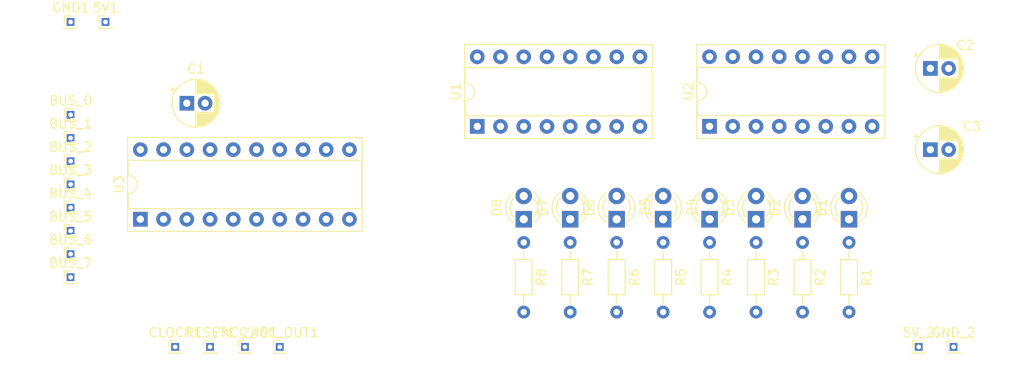
<source format=kicad_pcb>
(kicad_pcb (version 20221018) (generator pcbnew)
  (layers (0 "F.Cu" signal) (31 "B.Cu" signal) (34 "B.Paste" user) (35 "F.Paste" user) (36 "B.SilkS" user "B.Silkscreen") (37 "F.SilkS" user "F.Silkscreen") (38 "B.Mask" user) (39 "F.Mask" user) (44 "Edge.Cuts" user))
  (net 0 "")
  (net 1 "Net-(D5-K)")
  (net 2 "Earth")
  (net 3 "Net-(D4-K)")
  (net 4 "Net-(D3-K)")
  (net 5 "Net-(D2-K)")
  (net 6 "Net-(D1-K)")
  (net 7 "Net-(D8-K)")
  (net 8 "Net-(D7-K)")
  (net 9 "Net-(D6-K)")
  (net 10 "+5V")
  (net 11 "Net-(D8-A)")
  (net 12 "Net-(D7-A)")
  (net 13 "Net-(D6-A)")
  (net 14 "Net-(D5-A)")
  (net 15 "Net-(D4-A)")
  (net 16 "Net-(D3-A)")
  (net 17 "Net-(D2-A)")
  (net 18 "Net-(D1-A)")
  (net 19 "Net-(BUS_0-Pin_1)")
  (net 20 "Net-(BUS_1-Pin_1)")
  (net 21 "Net-(BUS_2-Pin_1)")
  (net 22 "Net-(BUS_3-Pin_1)")
  (net 23 "Net-(BUS_4-Pin_1)")
  (net 24 "Net-(BUS_5-Pin_1)")
  (net 25 "Net-(BUS_6-Pin_1)")
  (net 26 "Net-(BUS_7-Pin_1)")
  (net 27 "Net-(/ACC_OUT1-Pin_1)")
  (net 28 "Net-(CLOCK1-Pin_1)")
  (net 29 "Net-(/ACC_IN1-Pin_1)")
  (net 30 "Net-(RESET1-Pin_1)")
  (footprint "Package_DIP:DIP-16_W7.62mm_Socket" (layer "F.Cu") (at 194.3 97.78 90)
    (fp_text reference "U2" (at 3.81 -2.33 90) (layer "F.SilkS"))
    (fp_text value "74LS173")
    (pad "1" thru_hole rect (at 0 0 90) (size 1.6 1.6) (drill 0.8) (layers "*.Cu" "*.Mask") (net 2 "Earth"))
    (pad "2" thru_hole oval (at 0 2.54 90) (size 1.6 1.6) (drill 0.8) (layers "*.Cu" "*.Mask") (net 2 "Earth"))
    (pad "3" thru_hole oval (at 0 5.08 90) (size 1.6 1.6) (drill 0.8) (layers "*.Cu" "*.Mask") (net 15 "Net-(D4-A)"))
    (pad "4" thru_hole oval (at 0 7.62 90) (size 1.6 1.6) (drill 0.8) (layers "*.Cu" "*.Mask") (net 16 "Net-(D3-A)"))
    (pad "5" thru_hole oval (at 0 10.16 90) (size 1.6 1.6) (drill 0.8) (layers "*.Cu" "*.Mask") (net 17 "Net-(D2-A)"))
    (pad "6" thru_hole oval (at 0 12.7 90) (size 1.6 1.6) (drill 0.8) (layers "*.Cu" "*.Mask") (net 18 "Net-(D1-A)"))
    (pad "7" thru_hole oval (at 0 15.24 90) (size 1.6 1.6) (drill 0.8) (layers "*.Cu" "*.Mask") (net 28 "Net-(CLOCK1-Pin_1)"))
    (pad "8" thru_hole oval (at 0 17.78 90) (size 1.6 1.6) (drill 0.8) (layers "*.Cu" "*.Mask") (net 2 "Earth"))
    (pad "9" thru_hole oval (at 7.62 17.78 90) (size 1.6 1.6) (drill 0.8) (layers "*.Cu" "*.Mask") (net 29 "Net-(/ACC_IN1-Pin_1)"))
    (pad "10" thru_hole oval (at 7.62 15.24 90) (size 1.6 1.6) (drill 0.8) (layers "*.Cu" "*.Mask") (net 29 "Net-(/ACC_IN1-Pin_1)"))
    (pad "11" thru_hole oval (at 7.62 12.7 90) (size 1.6 1.6) (drill 0.8) (layers "*.Cu" "*.Mask") (net 19 "Net-(BUS_0-Pin_1)"))
    (pad "12" thru_hole oval (at 7.62 10.16 90) (size 1.6 1.6) (drill 0.8) (layers "*.Cu" "*.Mask") (net 20 "Net-(BUS_1-Pin_1)"))
    (pad "13" thru_hole oval (at 7.62 7.62 90) (size 1.6 1.6) (drill 0.8) (layers "*.Cu" "*.Mask") (net 21 "Net-(BUS_2-Pin_1)"))
    (pad "14" thru_hole oval (at 7.62 5.08 90) (size 1.6 1.6) (drill 0.8) (layers "*.Cu" "*.Mask") (net 22 "Net-(BUS_3-Pin_1)"))
    (pad "15" thru_hole oval (at 7.62 2.54 90) (size 1.6 1.6) (drill 0.8) (layers "*.Cu" "*.Mask") (net 30 "Net-(RESET1-Pin_1)"))
    (pad "16" thru_hole oval (at 7.62 0 90) (size 1.6 1.6) (drill 0.8) (layers "*.Cu" "*.Mask") (net 10 "+5V"))
  )
  (footprint "Connector_PinHeader_1.00mm:PinHeader_1x01_P1.00mm_Vertical" (layer "F.Cu") (at 147.32 121.92)
    (fp_text reference "/ACC_OUT1" (at 0 -1.56) (layer "F.SilkS"))
    (fp_text value "Conn_01x01_Female")
    (pad "1" thru_hole rect (at 0 0) (size 0.85 0.85) (drill 0.5) (layers "*.Cu" "*.Mask") (net 27 "Net-(/ACC_OUT1-Pin_1)"))
  )
  (footprint "Connector_PinHeader_1.00mm:PinHeader_1x01_P1.00mm_Vertical" (layer "F.Cu") (at 124.46 111.76)
    (fp_text reference "BUS_6" (at 0 -1.56) (layer "F.SilkS"))
    (fp_text value "Conn_01x01_Female")
    (pad "1" thru_hole rect (at 0 0) (size 0.85 0.85) (drill 0.5) (layers "*.Cu" "*.Mask") (net 25 "Net-(BUS_6-Pin_1)"))
  )
  (footprint "Connector_PinHeader_1.00mm:PinHeader_1x01_P1.00mm_Vertical" (layer "F.Cu") (at 124.46 99.06)
    (fp_text reference "BUS_1" (at 0 -1.56) (layer "F.SilkS"))
    (fp_text value "Conn_01x01_Female")
    (pad "1" thru_hole rect (at 0 0) (size 0.85 0.85) (drill 0.5) (layers "*.Cu" "*.Mask") (net 20 "Net-(BUS_1-Pin_1)"))
  )
  (footprint "Resistor_THT:R_Axial_DIN0204_L3.6mm_D1.6mm_P7.62mm_Horizontal" (layer "F.Cu") (at 204.47 110.49 -90)
    (fp_text reference "R2" (at 3.81 -1.92 90) (layer "F.SilkS"))
    (fp_text value "470")
    (pad "1" thru_hole circle (at 0 0 270) (size 1.4 1.4) (drill 0.7) (layers "*.Cu" "*.Mask") (net 5 "Net-(D2-K)"))
    (pad "2" thru_hole oval (at 7.62 0 270) (size 1.4 1.4) (drill 0.7) (layers "*.Cu" "*.Mask") (net 2 "Earth"))
  )
  (footprint "Resistor_THT:R_Axial_DIN0204_L3.6mm_D1.6mm_P7.62mm_Horizontal" (layer "F.Cu") (at 194.31 110.49 -90)
    (fp_text reference "R4" (at 3.81 -1.92 90) (layer "F.SilkS"))
    (fp_text value "470")
    (pad "1" thru_hole circle (at 0 0 270) (size 1.4 1.4) (drill 0.7) (layers "*.Cu" "*.Mask") (net 3 "Net-(D4-K)"))
    (pad "2" thru_hole oval (at 7.62 0 270) (size 1.4 1.4) (drill 0.7) (layers "*.Cu" "*.Mask") (net 2 "Earth"))
  )
  (footprint "Connector_PinHeader_1.00mm:PinHeader_1x01_P1.00mm_Vertical" (layer "F.Cu") (at 217.17 121.92)
    (fp_text reference "5V_2" (at 0 -1.56) (layer "F.SilkS"))
    (fp_text value "Conn_01x01_Female")
    (pad "1" thru_hole rect (at 0 0) (size 0.85 0.85) (drill 0.5) (layers "*.Cu" "*.Mask") (net 10 "+5V"))
  )
  (footprint "LED_THT:LED_D3.0mm" (layer "F.Cu") (at 179.07 107.95 90)
    (fp_text reference "D7" (at 1.27 -2.96 90) (layer "F.SilkS"))
    (fp_text value "LED")
    (pad "1" thru_hole rect (at 0 0 90) (size 1.8 1.8) (drill 0.9) (layers "*.Cu" "*.Mask") (net 8 "Net-(D7-K)"))
    (pad "2" thru_hole circle (at 2.54 0 90) (size 1.8 1.8) (drill 0.9) (layers "*.Cu" "*.Mask") (net 12 "Net-(D7-A)"))
  )
  (footprint "Package_DIP:DIP-20_W7.62mm_Socket" (layer "F.Cu") (at 132.08 107.95 90)
    (fp_text reference "U3" (at 3.81 -2.33 90) (layer "F.SilkS"))
    (fp_text value "74LS245")
    (pad "1" thru_hole rect (at 0 0 90) (size 1.6 1.6) (drill 0.8) (layers "*.Cu" "*.Mask") (net 10 "+5V"))
    (pad "2" thru_hole oval (at 0 2.54 90) (size 1.6 1.6) (drill 0.8) (layers "*.Cu" "*.Mask") (net 11 "Net-(D8-A)"))
    (pad "3" thru_hole oval (at 0 5.08 90) (size 1.6 1.6) (drill 0.8) (layers "*.Cu" "*.Mask") (net 12 "Net-(D7-A)"))
    (pad "4" thru_hole oval (at 0 7.62 90) (size 1.6 1.6) (drill 0.8) (layers "*.Cu" "*.Mask") (net 13 "Net-(D6-A)"))
    (pad "5" thru_hole oval (at 0 10.16 90) (size 1.6 1.6) (drill 0.8) (layers "*.Cu" "*.Mask") (net 14 "Net-(D5-A)"))
    (pad "6" thru_hole oval (at 0 12.7 90) (size 1.6 1.6) (drill 0.8) (layers "*.Cu" "*.Mask") (net 15 "Net-(D4-A)"))
    (pad "7" thru_hole oval (at 0 15.24 90) (size 1.6 1.6) (drill 0.8) (layers "*.Cu" "*.Mask") (net 16 "Net-(D3-A)"))
    (pad "8" thru_hole oval (at 0 17.78 90) (size 1.6 1.6) (drill 0.8) (layers "*.Cu" "*.Mask") (net 17 "Net-(D2-A)"))
    (pad "9" thru_hole oval (at 0 20.32 90) (size 1.6 1.6) (drill 0.8) (layers "*.Cu" "*.Mask") (net 18 "Net-(D1-A)"))
    (pad "10" thru_hole oval (at 0 22.86 90) (size 1.6 1.6) (drill 0.8) (layers "*.Cu" "*.Mask") (net 2 "Earth"))
    (pad "11" thru_hole oval (at 7.62 22.86 90) (size 1.6 1.6) (drill 0.8) (layers "*.Cu" "*.Mask") (net 19 "Net-(BUS_0-Pin_1)"))
    (pad "12" thru_hole oval (at 7.62 20.32 90) (size 1.6 1.6) (drill 0.8) (layers "*.Cu" "*.Mask") (net 20 "Net-(BUS_1-Pin_1)"))
    (pad "13" thru_hole oval (at 7.62 17.78 90) (size 1.6 1.6) (drill 0.8) (layers "*.Cu" "*.Mask") (net 21 "Net-(BUS_2-Pin_1)"))
    (pad "14" thru_hole oval (at 7.62 15.24 90) (size 1.6 1.6) (drill 0.8) (layers "*.Cu" "*.Mask") (net 22 "Net-(BUS_3-Pin_1)"))
    (pad "15" thru_hole oval (at 7.62 12.7 90) (size 1.6 1.6) (drill 0.8) (layers "*.Cu" "*.Mask") (net 23 "Net-(BUS_4-Pin_1)"))
    (pad "16" thru_hole oval (at 7.62 10.16 90) (size 1.6 1.6) (drill 0.8) (layers "*.Cu" "*.Mask") (net 24 "Net-(BUS_5-Pin_1)"))
    (pad "17" thru_hole oval (at 7.62 7.62 90) (size 1.6 1.6) (drill 0.8) (layers "*.Cu" "*.Mask") (net 25 "Net-(BUS_6-Pin_1)"))
    (pad "18" thru_hole oval (at 7.62 5.08 90) (size 1.6 1.6) (drill 0.8) (layers "*.Cu" "*.Mask") (net 26 "Net-(BUS_7-Pin_1)"))
    (pad "19" thru_hole oval (at 7.62 2.54 90) (size 1.6 1.6) (drill 0.8) (layers "*.Cu" "*.Mask") (net 27 "Net-(/ACC_OUT1-Pin_1)"))
    (pad "20" thru_hole oval (at 7.62 0 90) (size 1.6 1.6) (drill 0.8) (layers "*.Cu" "*.Mask") (net 10 "+5V"))
  )
  (footprint "Connector_PinHeader_1.00mm:PinHeader_1x01_P1.00mm_Vertical" (layer "F.Cu") (at 143.51 121.92)
    (fp_text reference "/ACC_IN1" (at 0 -1.56) (layer "F.SilkS"))
    (fp_text value "Conn_01x01_Female")
    (pad "1" thru_hole rect (at 0 0) (size 0.85 0.85) (drill 0.5) (layers "*.Cu" "*.Mask") (net 29 "Net-(/ACC_IN1-Pin_1)"))
  )
  (footprint "LED_THT:LED_D3.0mm" (layer "F.Cu") (at 173.99 107.95 90)
    (fp_text reference "D8" (at 1.27 -2.96 90) (layer "F.SilkS"))
    (fp_text value "LED")
    (pad "1" thru_hole rect (at 0 0 90) (size 1.8 1.8) (drill 0.9) (layers "*.Cu" "*.Mask") (net 7 "Net-(D8-K)"))
    (pad "2" thru_hole circle (at 2.54 0 90) (size 1.8 1.8) (drill 0.9) (layers "*.Cu" "*.Mask") (net 11 "Net-(D8-A)"))
  )
  (footprint "Connector_PinHeader_1.00mm:PinHeader_1x01_P1.00mm_Vertical" (layer "F.Cu") (at 124.46 104.14)
    (fp_text reference "BUS_3" (at 0 -1.56) (layer "F.SilkS"))
    (fp_text value "Conn_01x01_Female")
    (pad "1" thru_hole rect (at 0 0) (size 0.85 0.85) (drill 0.5) (layers "*.Cu" "*.Mask") (net 22 "Net-(BUS_3-Pin_1)"))
  )
  (footprint "Capacitor_THT:CP_Radial_D5.0mm_P2.00mm" (layer "F.Cu") (at 218.44 100.33)
    (fp_text reference "C3" (at 4.54 -2.54) (layer "F.SilkS"))
    (fp_text value "100nF 63V poliester")
    (pad "1" thru_hole rect (at 0 0) (size 1.6 1.6) (drill 0.8) (layers "*.Cu" "*.Mask") (net 10 "+5V"))
    (pad "2" thru_hole circle (at 2 0) (size 1.6 1.6) (drill 0.8) (layers "*.Cu" "*.Mask") (net 2 "Earth"))
  )
  (footprint "Resistor_THT:R_Axial_DIN0204_L3.6mm_D1.6mm_P7.62mm_Horizontal" (layer "F.Cu") (at 209.55 110.49 -90)
    (fp_text reference "R1" (at 3.81 -1.92 90) (layer "F.SilkS"))
    (fp_text value "470")
    (pad "1" thru_hole circle (at 0 0 270) (size 1.4 1.4) (drill 0.7) (layers "*.Cu" "*.Mask") (net 6 "Net-(D1-K)"))
    (pad "2" thru_hole oval (at 7.62 0 270) (size 1.4 1.4) (drill 0.7) (layers "*.Cu" "*.Mask") (net 2 "Earth"))
  )
  (footprint "Connector_PinHeader_1.00mm:PinHeader_1x01_P1.00mm_Vertical" (layer "F.Cu") (at 128.27 86.36)
    (fp_text reference "5V1" (at 0 -1.56) (layer "F.SilkS"))
    (fp_text value "Conn_01x01_Female")
    (pad "1" thru_hole rect (at 0 0) (size 0.85 0.85) (drill 0.5) (layers "*.Cu" "*.Mask") (net 10 "+5V"))
  )
  (footprint "Resistor_THT:R_Axial_DIN0204_L3.6mm_D1.6mm_P7.62mm_Horizontal" (layer "F.Cu") (at 199.39 110.49 -90)
    (fp_text reference "R3" (at 3.81 -1.92 90) (layer "F.SilkS"))
    (fp_text value "470")
    (pad "1" thru_hole circle (at 0 0 270) (size 1.4 1.4) (drill 0.7) (layers "*.Cu" "*.Mask") (net 4 "Net-(D3-K)"))
    (pad "2" thru_hole oval (at 7.62 0 270) (size 1.4 1.4) (drill 0.7) (layers "*.Cu" "*.Mask") (net 2 "Earth"))
  )
  (footprint "Resistor_THT:R_Axial_DIN0204_L3.6mm_D1.6mm_P7.62mm_Horizontal" (layer "F.Cu") (at 173.99 110.49 -90)
    (fp_text reference "R8" (at 3.81 -1.92 90) (layer "F.SilkS"))
    (fp_text value "470")
    (pad "1" thru_hole circle (at 0 0 270) (size 1.4 1.4) (drill 0.7) (layers "*.Cu" "*.Mask") (net 7 "Net-(D8-K)"))
    (pad "2" thru_hole oval (at 7.62 0 270) (size 1.4 1.4) (drill 0.7) (layers "*.Cu" "*.Mask") (net 2 "Earth"))
  )
  (footprint "LED_THT:LED_D3.0mm" (layer "F.Cu") (at 189.23 107.95 90)
    (fp_text reference "D5" (at 1.366487 -1.987659 90) (layer "F.SilkS"))
    (fp_text value "LED")
    (pad "1" thru_hole rect (at 0 0 90) (size 1.8 1.8) (drill 0.9) (layers "*.Cu" "*.Mask") (net 1 "Net-(D5-K)"))
    (pad "2" thru_hole circle (at 2.54 0 90) (size 1.8 1.8) (drill 0.9) (layers "*.Cu" "*.Mask") (net 14 "Net-(D5-A)"))
  )
  (footprint "Resistor_THT:R_Axial_DIN0204_L3.6mm_D1.6mm_P7.62mm_Horizontal" (layer "F.Cu") (at 179.07 110.49 -90)
    (fp_text reference "R7" (at 3.81 -1.92 90) (layer "F.SilkS"))
    (fp_text value "470")
    (pad "1" thru_hole circle (at 0 0 270) (size 1.4 1.4) (drill 0.7) (layers "*.Cu" "*.Mask") (net 8 "Net-(D7-K)"))
    (pad "2" thru_hole oval (at 7.62 0 270) (size 1.4 1.4) (drill 0.7) (layers "*.Cu" "*.Mask") (net 2 "Earth"))
  )
  (footprint "LED_THT:LED_D3.0mm" (layer "F.Cu") (at 204.47 107.95 90)
    (fp_text reference "D2" (at 1.27 -2.96 90) (layer "F.SilkS"))
    (fp_text value "LED")
    (pad "1" thru_hole rect (at 0 0 90) (size 1.8 1.8) (drill 0.9) (layers "*.Cu" "*.Mask") (net 5 "Net-(D2-K)"))
    (pad "2" thru_hole circle (at 2.54 0 90) (size 1.8 1.8) (drill 0.9) (layers "*.Cu" "*.Mask") (net 17 "Net-(D2-A)"))
  )
  (footprint "LED_THT:LED_D3.0mm" (layer "F.Cu") (at 209.55 107.95 90)
    (fp_text reference "D1" (at 1.27 -2.96 90) (layer "F.SilkS"))
    (fp_text value "LED")
    (pad "1" thru_hole rect (at 0 0 90) (size 1.8 1.8) (drill 0.9) (layers "*.Cu" "*.Mask") (net 6 "Net-(D1-K)"))
    (pad "2" thru_hole circle (at 2.54 0 90) (size 1.8 1.8) (drill 0.9) (layers "*.Cu" "*.Mask") (net 18 "Net-(D1-A)"))
  )
  (footprint "Connector_PinHeader_1.00mm:PinHeader_1x01_P1.00mm_Vertical" (layer "F.Cu") (at 124.46 106.68)
    (fp_text reference "BUS_4" (at 0 -1.56) (layer "F.SilkS"))
    (fp_text value "Conn_01x01_Female")
    (pad "1" thru_hole rect (at 0 0) (size 0.85 0.85) (drill 0.5) (layers "*.Cu" "*.Mask") (net 23 "Net-(BUS_4-Pin_1)"))
  )
  (footprint "Connector_PinHeader_1.00mm:PinHeader_1x01_P1.00mm_Vertical" (layer "F.Cu") (at 124.46 114.3)
    (fp_text reference "BUS_7" (at 0 -1.56) (layer "F.SilkS"))
    (fp_text value "Conn_01x01_Female")
    (pad "1" thru_hole rect (at 0 0) (size 0.85 0.85) (drill 0.5) (layers "*.Cu" "*.Mask") (net 26 "Net-(BUS_7-Pin_1)"))
  )
  (footprint "LED_THT:LED_D3.0mm" (layer "F.Cu") (at 199.39 107.95 90)
    (fp_text reference "D3" (at 1.27 -2.96 90) (layer "F.SilkS"))
    (fp_text value "LED")
    (pad "1" thru_hole rect (at 0 0 90) (size 1.8 1.8) (drill 0.9) (layers "*.Cu" "*.Mask") (net 4 "Net-(D3-K)"))
    (pad "2" thru_hole circle (at 2.54 0 90) (size 1.8 1.8) (drill 0.9) (layers "*.Cu" "*.Mask") (net 16 "Net-(D3-A)"))
  )
  (footprint "Package_DIP:DIP-16_W7.62mm_Socket" (layer "F.Cu") (at 168.91 97.79 90)
    (fp_text reference "U1" (at 3.81 -2.33 90) (layer "F.SilkS"))
    (fp_text value "74LS173")
    (pad "1" thru_hole rect (at 0 0 90) (size 1.6 1.6) (drill 0.8) (layers "*.Cu" "*.Mask") (net 2 "Earth"))
    (pad "2" thru_hole oval (at 0 2.54 90) (size 1.6 1.6) (drill 0.8) (layers "*.Cu" "*.Mask") (net 2 "Earth"))
    (pad "3" thru_hole oval (at 0 5.08 90) (size 1.6 1.6) (drill 0.8) (layers "*.Cu" "*.Mask") (net 11 "Net-(D8-A)"))
    (pad "4" thru_hole oval (at 0 7.62 90) (size 1.6 1.6) (drill 0.8) (layers "*.Cu" "*.Mask") (net 12 "Net-(D7-A)"))
    (pad "5" thru_hole oval (at 0 10.16 90) (size 1.6 1.6) (drill 0.8) (layers "*.Cu" "*.Mask") (net 13 "Net-(D6-A)"))
    (pad "6" thru_hole oval (at 0 12.7 90) (size 1.6 1.6) (drill 0.8) (layers "*.Cu" "*.Mask") (net 14 "Net-(D5-A)"))
    (pad "7" thru_hole oval (at 0 15.24 90) (size 1.6 1.6) (drill 0.8) (layers "*.Cu" "*.Mask") (net 28 "Net-(CLOCK1-Pin_1)"))
    (pad "8" thru_hole oval (at 0 17.78 90) (size 1.6 1.6) (drill 0.8) (layers "*.Cu" "*.Mask") (net 2 "Earth"))
    (pad "9" thru_hole oval (at 7.62 17.78 90) (size 1.6 1.6) (drill 0.8) (layers "*.Cu" "*.Mask") (net 29 "Net-(/ACC_IN1-Pin_1)"))
    (pad "10" thru_hole oval (at 7.62 15.24 90) (size 1.6 1.6) (drill 0.8) (layers "*.Cu" "*.Mask") (net 29 "Net-(/ACC_IN1-Pin_1)"))
    (pad "11" thru_hole oval (at 7.62 12.7 90) (size 1.6 1.6) (drill 0.8) (layers "*.Cu" "*.Mask") (net 23 "Net-(BUS_4-Pin_1)"))
    (pad "12" thru_hole oval (at 7.62 10.16 90) (size 1.6 1.6) (drill 0.8) (layers "*.Cu" "*.Mask") (net 24 "Net-(BUS_5-Pin_1)"))
    (pad "13" thru_hole oval (at 7.62 7.62 90) (size 1.6 1.6) (drill 0.8) (layers "*.Cu" "*.Mask") (net 25 "Net-(BUS_6-Pin_1)"))
    (pad "14" thru_hole oval (at 7.62 5.08 90) (size 1.6 1.6) (drill 0.8) (layers "*.Cu" "*.Mask") (net 26 "Net-(BUS_7-Pin_1)"))
    (pad "15" thru_hole oval (at 7.62 2.54 90) (size 1.6 1.6) (drill 0.8) (layers "*.Cu" "*.Mask") (net 30 "Net-(RESET1-Pin_1)"))
    (pad "16" thru_hole oval (at 7.62 0 90) (size 1.6 1.6) (drill 0.8) (layers "*.Cu" "*.Mask") (net 10 "+5V"))
  )
  (footprint "Capacitor_THT:CP_Radial_D5.0mm_P2.00mm" (layer "F.Cu") (at 218.44 91.44)
    (fp_text reference "C2" (at 3.81 -2.54) (layer "F.SilkS"))
    (fp_text value "100nF 63V poliester")
    (pad "1" thru_hole rect (at 0 0) (size 1.6 1.6) (drill 0.8) (layers "*.Cu" "*.Mask") (net 10 "+5V"))
    (pad "2" thru_hole circle (at 2 0) (size 1.6 1.6) (drill 0.8) (layers "*.Cu" "*.Mask") (net 2 "Earth"))
  )
  (footprint "Connector_PinHeader_1.00mm:PinHeader_1x01_P1.00mm_Vertical" (layer "F.Cu") (at 135.89 121.92)
    (fp_text reference "CLOCK1" (at 0 -1.56) (layer "F.SilkS"))
    (fp_text value "Conn_01x01_Female")
    (pad "1" thru_hole rect (at 0 0) (size 0.85 0.85) (drill 0.5) (layers "*.Cu" "*.Mask") (net 28 "Net-(CLOCK1-Pin_1)"))
  )
  (footprint "Connector_PinHeader_1.00mm:PinHeader_1x01_P1.00mm_Vertical" (layer "F.Cu") (at 220.98 121.92)
    (fp_text reference "GND_2" (at 0 -1.56) (layer "F.SilkS"))
    (fp_text value "Conn_01x01_Female")
    (pad "1" thru_hole rect (at 0 0) (size 0.85 0.85) (drill 0.5) (layers "*.Cu" "*.Mask") (net 2 "Earth"))
  )
  (footprint "LED_THT:LED_D3.0mm" (layer "F.Cu") (at 194.31 107.95 90)
    (fp_text reference "D4" (at 1.366487 -1.987659 90) (layer "F.SilkS"))
    (fp_text value "LED")
    (pad "1" thru_hole rect (at 0 0 90) (size 1.8 1.8) (drill 0.9) (layers "*.Cu" "*.Mask") (net 3 "Net-(D4-K)"))
    (pad "2" thru_hole circle (at 2.54 0 90) (size 1.8 1.8) (drill 0.9) (layers "*.Cu" "*.Mask") (net 15 "Net-(D4-A)"))
  )
  (footprint "Connector_PinHeader_1.00mm:PinHeader_1x01_P1.00mm_Vertical" (layer "F.Cu") (at 139.7 121.92)
    (fp_text reference "RESET1" (at 0 -1.56) (layer "F.SilkS"))
    (fp_text value "Conn_01x01_Female")
    (pad "1" thru_hole rect (at 0 0) (size 0.85 0.85) (drill 0.5) (layers "*.Cu" "*.Mask") (net 30 "Net-(RESET1-Pin_1)"))
  )
  (footprint "Connector_PinHeader_1.00mm:PinHeader_1x01_P1.00mm_Vertical" (layer "F.Cu") (at 124.46 101.6)
    (fp_text reference "BUS_2" (at 0 -1.56) (layer "F.SilkS"))
    (fp_text value "Conn_01x01_Female")
    (pad "1" thru_hole rect (at 0 0) (size 0.85 0.85) (drill 0.5) (layers "*.Cu" "*.Mask") (net 21 "Net-(BUS_2-Pin_1)"))
  )
  (footprint "Connector_PinHeader_1.00mm:PinHeader_1x01_P1.00mm_Vertical" (layer "F.Cu") (at 124.46 109.22)
    (fp_text reference "BUS_5" (at 0 -1.56) (layer "F.SilkS"))
    (fp_text value "Conn_01x01_Female")
    (pad "1" thru_hole rect (at 0 0) (size 0.85 0.85) (drill 0.5) (layers "*.Cu" "*.Mask") (net 24 "Net-(BUS_5-Pin_1)"))
  )
  (footprint "Resistor_THT:R_Axial_DIN0204_L3.6mm_D1.6mm_P7.62mm_Horizontal" (layer "F.Cu") (at 189.23 110.49 -90)
    (fp_text reference "R5" (at 3.81 -1.92 90) (layer "F.SilkS"))
    (fp_text value "470")
    (pad "1" thru_hole circle (at 0 0 270) (size 1.4 1.4) (drill 0.7) (layers "*.Cu" "*.Mask") (net 1 "Net-(D5-K)"))
    (pad "2" thru_hole oval (at 7.62 0 270) (size 1.4 1.4) (drill 0.7) (layers "*.Cu" "*.Mask") (net 2 "Earth"))
  )
  (footprint "LED_THT:LED_D3.0mm" (layer "F.Cu") (at 184.15 107.95 90)
    (fp_text reference "D6" (at 1.27 -2.96 90) (layer "F.SilkS"))
    (fp_text value "LED")
    (pad "1" thru_hole rect (at 0 0 90) (size 1.8 1.8) (drill 0.9) (layers "*.Cu" "*.Mask") (net 9 "Net-(D6-K)"))
    (pad "2" thru_hole circle (at 2.54 0 90) (size 1.8 1.8) (drill 0.9) (layers "*.Cu" "*.Mask") (net 13 "Net-(D6-A)"))
  )
  (footprint "Connector_PinHeader_1.00mm:PinHeader_1x01_P1.00mm_Vertical" (layer "F.Cu") (at 124.46 86.36)
    (fp_text reference "GND1" (at 0 -1.56) (layer "F.SilkS"))
    (fp_text value "Conn_01x01_Female")
    (pad "1" thru_hole rect (at 0 0) (size 0.85 0.85) (drill 0.5) (layers "*.Cu" "*.Mask") (net 2 "Earth"))
  )
  (footprint "Resistor_THT:R_Axial_DIN0204_L3.6mm_D1.6mm_P7.62mm_Horizontal" (layer "F.Cu") (at 184.15 110.49 -90)
    (fp_text reference "R6" (at 3.81 -1.92 90) (layer "F.SilkS"))
    (fp_text value "470")
    (pad "1" thru_hole circle (at 0 0 270) (size 1.4 1.4) (drill 0.7) (layers "*.Cu" "*.Mask") (net 9 "Net-(D6-K)"))
    (pad "2" thru_hole oval (at 7.62 0 270) (size 1.4 1.4) (drill 0.7) (layers "*.Cu" "*.Mask") (net 2 "Earth"))
  )
  (footprint "Capacitor_THT:CP_Radial_D5.0mm_P2.00mm" (layer "F.Cu") (at 137.16 95.25)
    (fp_text reference "C1" (at 1 -3.75) (layer "F.SilkS"))
    (fp_text value "100nF 63V poliester")
    (pad "1" thru_hole rect (at 0 0) (size 1.6 1.6) (drill 0.8) (layers "*.Cu" "*.Mask") (net 10 "+5V"))
    (pad "2" thru_hole circle (at 2 0) (size 1.6 1.6) (drill 0.8) (layers "*.Cu" "*.Mask") (net 2 "Earth"))
  )
  (footprint "Connector_PinHeader_1.00mm:PinHeader_1x01_P1.00mm_Vertical" (layer "F.Cu") (at 124.46 96.52)
    (fp_text reference "BUS_0" (at 0 -1.56) (layer "F.SilkS"))
    (fp_text value "Conn_01x01_Female")
    (pad "1" thru_hole rect (at 0 0) (size 0.85 0.85) (drill 0.5) (layers "*.Cu" "*.Mask") (net 19 "Net-(BUS_0-Pin_1)"))
  )
)
</source>
